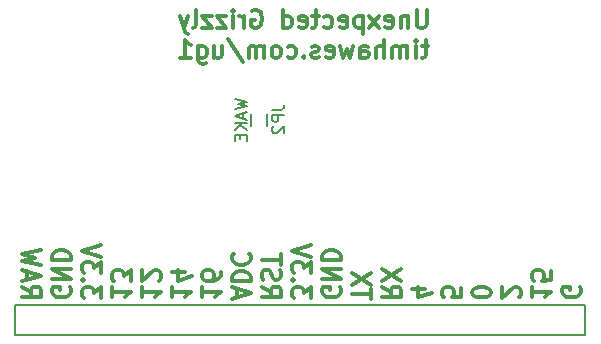
<source format=gbo>
G04 #@! TF.FileFunction,Legend,Bot*
%FSLAX46Y46*%
G04 Gerber Fmt 4.6, Leading zero omitted, Abs format (unit mm)*
G04 Created by KiCad (PCBNEW 4.0.0-rc2-1-stable) date Sunday, 29 November 2015 18:47:31*
%MOMM*%
G01*
G04 APERTURE LIST*
%ADD10C,0.100000*%
%ADD11C,0.200000*%
%ADD12C,0.300000*%
%ADD13C,0.150000*%
G04 APERTURE END LIST*
D10*
D11*
X173990000Y-105410000D02*
X173990000Y-107950000D01*
X125730000Y-105410000D02*
X173990000Y-105410000D01*
X125730000Y-107950000D02*
X125730000Y-105410000D01*
X173990000Y-107950000D02*
X125730000Y-107950000D01*
D12*
X160551857Y-80458571D02*
X160551857Y-81672857D01*
X160480429Y-81815714D01*
X160409000Y-81887143D01*
X160266143Y-81958571D01*
X159980429Y-81958571D01*
X159837571Y-81887143D01*
X159766143Y-81815714D01*
X159694714Y-81672857D01*
X159694714Y-80458571D01*
X158980428Y-80958571D02*
X158980428Y-81958571D01*
X158980428Y-81101429D02*
X158909000Y-81030000D01*
X158766142Y-80958571D01*
X158551857Y-80958571D01*
X158409000Y-81030000D01*
X158337571Y-81172857D01*
X158337571Y-81958571D01*
X157051857Y-81887143D02*
X157194714Y-81958571D01*
X157480428Y-81958571D01*
X157623285Y-81887143D01*
X157694714Y-81744286D01*
X157694714Y-81172857D01*
X157623285Y-81030000D01*
X157480428Y-80958571D01*
X157194714Y-80958571D01*
X157051857Y-81030000D01*
X156980428Y-81172857D01*
X156980428Y-81315714D01*
X157694714Y-81458571D01*
X156480428Y-81958571D02*
X155694714Y-80958571D01*
X156480428Y-80958571D02*
X155694714Y-81958571D01*
X155123285Y-80958571D02*
X155123285Y-82458571D01*
X155123285Y-81030000D02*
X154980428Y-80958571D01*
X154694714Y-80958571D01*
X154551857Y-81030000D01*
X154480428Y-81101429D01*
X154408999Y-81244286D01*
X154408999Y-81672857D01*
X154480428Y-81815714D01*
X154551857Y-81887143D01*
X154694714Y-81958571D01*
X154980428Y-81958571D01*
X155123285Y-81887143D01*
X153194714Y-81887143D02*
X153337571Y-81958571D01*
X153623285Y-81958571D01*
X153766142Y-81887143D01*
X153837571Y-81744286D01*
X153837571Y-81172857D01*
X153766142Y-81030000D01*
X153623285Y-80958571D01*
X153337571Y-80958571D01*
X153194714Y-81030000D01*
X153123285Y-81172857D01*
X153123285Y-81315714D01*
X153837571Y-81458571D01*
X151837571Y-81887143D02*
X151980428Y-81958571D01*
X152266142Y-81958571D01*
X152409000Y-81887143D01*
X152480428Y-81815714D01*
X152551857Y-81672857D01*
X152551857Y-81244286D01*
X152480428Y-81101429D01*
X152409000Y-81030000D01*
X152266142Y-80958571D01*
X151980428Y-80958571D01*
X151837571Y-81030000D01*
X151409000Y-80958571D02*
X150837571Y-80958571D01*
X151194714Y-80458571D02*
X151194714Y-81744286D01*
X151123286Y-81887143D01*
X150980428Y-81958571D01*
X150837571Y-81958571D01*
X149766143Y-81887143D02*
X149909000Y-81958571D01*
X150194714Y-81958571D01*
X150337571Y-81887143D01*
X150409000Y-81744286D01*
X150409000Y-81172857D01*
X150337571Y-81030000D01*
X150194714Y-80958571D01*
X149909000Y-80958571D01*
X149766143Y-81030000D01*
X149694714Y-81172857D01*
X149694714Y-81315714D01*
X150409000Y-81458571D01*
X148409000Y-81958571D02*
X148409000Y-80458571D01*
X148409000Y-81887143D02*
X148551857Y-81958571D01*
X148837571Y-81958571D01*
X148980429Y-81887143D01*
X149051857Y-81815714D01*
X149123286Y-81672857D01*
X149123286Y-81244286D01*
X149051857Y-81101429D01*
X148980429Y-81030000D01*
X148837571Y-80958571D01*
X148551857Y-80958571D01*
X148409000Y-81030000D01*
X145766143Y-80530000D02*
X145909000Y-80458571D01*
X146123286Y-80458571D01*
X146337571Y-80530000D01*
X146480429Y-80672857D01*
X146551857Y-80815714D01*
X146623286Y-81101429D01*
X146623286Y-81315714D01*
X146551857Y-81601429D01*
X146480429Y-81744286D01*
X146337571Y-81887143D01*
X146123286Y-81958571D01*
X145980429Y-81958571D01*
X145766143Y-81887143D01*
X145694714Y-81815714D01*
X145694714Y-81315714D01*
X145980429Y-81315714D01*
X145051857Y-81958571D02*
X145051857Y-80958571D01*
X145051857Y-81244286D02*
X144980429Y-81101429D01*
X144909000Y-81030000D01*
X144766143Y-80958571D01*
X144623286Y-80958571D01*
X144123286Y-81958571D02*
X144123286Y-80958571D01*
X144123286Y-80458571D02*
X144194715Y-80530000D01*
X144123286Y-80601429D01*
X144051858Y-80530000D01*
X144123286Y-80458571D01*
X144123286Y-80601429D01*
X143551857Y-80958571D02*
X142766143Y-80958571D01*
X143551857Y-81958571D01*
X142766143Y-81958571D01*
X142337571Y-80958571D02*
X141551857Y-80958571D01*
X142337571Y-81958571D01*
X141551857Y-81958571D01*
X140766142Y-81958571D02*
X140909000Y-81887143D01*
X140980428Y-81744286D01*
X140980428Y-80458571D01*
X140337571Y-80958571D02*
X139980428Y-81958571D01*
X139623286Y-80958571D02*
X139980428Y-81958571D01*
X140123286Y-82315714D01*
X140194714Y-82387143D01*
X140337571Y-82458571D01*
X173520000Y-103949643D02*
X173596190Y-104092500D01*
X173596190Y-104306786D01*
X173520000Y-104521071D01*
X173367619Y-104663929D01*
X173215238Y-104735357D01*
X172910476Y-104806786D01*
X172681905Y-104806786D01*
X172377143Y-104735357D01*
X172224762Y-104663929D01*
X172072381Y-104521071D01*
X171996190Y-104306786D01*
X171996190Y-104163929D01*
X172072381Y-103949643D01*
X172148571Y-103878214D01*
X172681905Y-103878214D01*
X172681905Y-104163929D01*
X169456190Y-103949643D02*
X169456190Y-104806786D01*
X169456190Y-104378214D02*
X171056190Y-104378214D01*
X170827619Y-104521071D01*
X170675238Y-104663929D01*
X170599048Y-104806786D01*
X171056190Y-102592500D02*
X171056190Y-103306786D01*
X170294286Y-103378215D01*
X170370476Y-103306786D01*
X170446667Y-103163929D01*
X170446667Y-102806786D01*
X170370476Y-102663929D01*
X170294286Y-102592500D01*
X170141905Y-102521072D01*
X169760952Y-102521072D01*
X169608571Y-102592500D01*
X169532381Y-102663929D01*
X169456190Y-102806786D01*
X169456190Y-103163929D01*
X169532381Y-103306786D01*
X169608571Y-103378215D01*
X168363810Y-104806786D02*
X168440000Y-104735357D01*
X168516190Y-104592500D01*
X168516190Y-104235357D01*
X168440000Y-104092500D01*
X168363810Y-104021071D01*
X168211429Y-103949643D01*
X168059048Y-103949643D01*
X167830476Y-104021071D01*
X166916190Y-104878214D01*
X166916190Y-103949643D01*
X165976190Y-104449643D02*
X165976190Y-104306786D01*
X165900000Y-104163929D01*
X165823810Y-104092500D01*
X165671429Y-104021071D01*
X165366667Y-103949643D01*
X164985714Y-103949643D01*
X164680952Y-104021071D01*
X164528571Y-104092500D01*
X164452381Y-104163929D01*
X164376190Y-104306786D01*
X164376190Y-104449643D01*
X164452381Y-104592500D01*
X164528571Y-104663929D01*
X164680952Y-104735357D01*
X164985714Y-104806786D01*
X165366667Y-104806786D01*
X165671429Y-104735357D01*
X165823810Y-104663929D01*
X165900000Y-104592500D01*
X165976190Y-104449643D01*
X163436190Y-104021071D02*
X163436190Y-104735357D01*
X162674286Y-104806786D01*
X162750476Y-104735357D01*
X162826667Y-104592500D01*
X162826667Y-104235357D01*
X162750476Y-104092500D01*
X162674286Y-104021071D01*
X162521905Y-103949643D01*
X162140952Y-103949643D01*
X161988571Y-104021071D01*
X161912381Y-104092500D01*
X161836190Y-104235357D01*
X161836190Y-104592500D01*
X161912381Y-104735357D01*
X161988571Y-104806786D01*
X160362857Y-104092500D02*
X159296190Y-104092500D01*
X160972381Y-104449643D02*
X159829524Y-104806786D01*
X159829524Y-103878214D01*
X156756190Y-103878214D02*
X157518095Y-104378214D01*
X156756190Y-104735357D02*
X158356190Y-104735357D01*
X158356190Y-104163929D01*
X158280000Y-104021071D01*
X158203810Y-103949643D01*
X158051429Y-103878214D01*
X157822857Y-103878214D01*
X157670476Y-103949643D01*
X157594286Y-104021071D01*
X157518095Y-104163929D01*
X157518095Y-104735357D01*
X158356190Y-103378214D02*
X156756190Y-102378214D01*
X158356190Y-102378214D02*
X156756190Y-103378214D01*
X155816190Y-104949643D02*
X155816190Y-104092500D01*
X154216190Y-104521071D02*
X155816190Y-104521071D01*
X155816190Y-103735357D02*
X154216190Y-102735357D01*
X155816190Y-102735357D02*
X154216190Y-103735357D01*
X153200000Y-103949643D02*
X153276190Y-104092500D01*
X153276190Y-104306786D01*
X153200000Y-104521071D01*
X153047619Y-104663929D01*
X152895238Y-104735357D01*
X152590476Y-104806786D01*
X152361905Y-104806786D01*
X152057143Y-104735357D01*
X151904762Y-104663929D01*
X151752381Y-104521071D01*
X151676190Y-104306786D01*
X151676190Y-104163929D01*
X151752381Y-103949643D01*
X151828571Y-103878214D01*
X152361905Y-103878214D01*
X152361905Y-104163929D01*
X151676190Y-103235357D02*
X153276190Y-103235357D01*
X151676190Y-102378214D01*
X153276190Y-102378214D01*
X151676190Y-101663928D02*
X153276190Y-101663928D01*
X153276190Y-101306785D01*
X153200000Y-101092500D01*
X153047619Y-100949642D01*
X152895238Y-100878214D01*
X152590476Y-100806785D01*
X152361905Y-100806785D01*
X152057143Y-100878214D01*
X151904762Y-100949642D01*
X151752381Y-101092500D01*
X151676190Y-101306785D01*
X151676190Y-101663928D01*
X150736190Y-104878214D02*
X150736190Y-103949643D01*
X150126667Y-104449643D01*
X150126667Y-104235357D01*
X150050476Y-104092500D01*
X149974286Y-104021071D01*
X149821905Y-103949643D01*
X149440952Y-103949643D01*
X149288571Y-104021071D01*
X149212381Y-104092500D01*
X149136190Y-104235357D01*
X149136190Y-104663929D01*
X149212381Y-104806786D01*
X149288571Y-104878214D01*
X149288571Y-103306786D02*
X149212381Y-103235358D01*
X149136190Y-103306786D01*
X149212381Y-103378215D01*
X149288571Y-103306786D01*
X149136190Y-103306786D01*
X150736190Y-102735357D02*
X150736190Y-101806786D01*
X150126667Y-102306786D01*
X150126667Y-102092500D01*
X150050476Y-101949643D01*
X149974286Y-101878214D01*
X149821905Y-101806786D01*
X149440952Y-101806786D01*
X149288571Y-101878214D01*
X149212381Y-101949643D01*
X149136190Y-102092500D01*
X149136190Y-102521072D01*
X149212381Y-102663929D01*
X149288571Y-102735357D01*
X150736190Y-101378215D02*
X149136190Y-100878215D01*
X150736190Y-100378215D01*
X146596190Y-103878214D02*
X147358095Y-104378214D01*
X146596190Y-104735357D02*
X148196190Y-104735357D01*
X148196190Y-104163929D01*
X148120000Y-104021071D01*
X148043810Y-103949643D01*
X147891429Y-103878214D01*
X147662857Y-103878214D01*
X147510476Y-103949643D01*
X147434286Y-104021071D01*
X147358095Y-104163929D01*
X147358095Y-104735357D01*
X146672381Y-103306786D02*
X146596190Y-103092500D01*
X146596190Y-102735357D01*
X146672381Y-102592500D01*
X146748571Y-102521071D01*
X146900952Y-102449643D01*
X147053333Y-102449643D01*
X147205714Y-102521071D01*
X147281905Y-102592500D01*
X147358095Y-102735357D01*
X147434286Y-103021071D01*
X147510476Y-103163929D01*
X147586667Y-103235357D01*
X147739048Y-103306786D01*
X147891429Y-103306786D01*
X148043810Y-103235357D01*
X148120000Y-103163929D01*
X148196190Y-103021071D01*
X148196190Y-102663929D01*
X148120000Y-102449643D01*
X148196190Y-102021072D02*
X148196190Y-101163929D01*
X146596190Y-101592500D02*
X148196190Y-101592500D01*
X144513333Y-104806786D02*
X144513333Y-104092500D01*
X144056190Y-104949643D02*
X145656190Y-104449643D01*
X144056190Y-103949643D01*
X144056190Y-103449643D02*
X145656190Y-103449643D01*
X145656190Y-103092500D01*
X145580000Y-102878215D01*
X145427619Y-102735357D01*
X145275238Y-102663929D01*
X144970476Y-102592500D01*
X144741905Y-102592500D01*
X144437143Y-102663929D01*
X144284762Y-102735357D01*
X144132381Y-102878215D01*
X144056190Y-103092500D01*
X144056190Y-103449643D01*
X144208571Y-101092500D02*
X144132381Y-101163929D01*
X144056190Y-101378215D01*
X144056190Y-101521072D01*
X144132381Y-101735357D01*
X144284762Y-101878215D01*
X144437143Y-101949643D01*
X144741905Y-102021072D01*
X144970476Y-102021072D01*
X145275238Y-101949643D01*
X145427619Y-101878215D01*
X145580000Y-101735357D01*
X145656190Y-101521072D01*
X145656190Y-101378215D01*
X145580000Y-101163929D01*
X145503810Y-101092500D01*
X141516190Y-103949643D02*
X141516190Y-104806786D01*
X141516190Y-104378214D02*
X143116190Y-104378214D01*
X142887619Y-104521071D01*
X142735238Y-104663929D01*
X142659048Y-104806786D01*
X143116190Y-102663929D02*
X143116190Y-102949643D01*
X143040000Y-103092500D01*
X142963810Y-103163929D01*
X142735238Y-103306786D01*
X142430476Y-103378215D01*
X141820952Y-103378215D01*
X141668571Y-103306786D01*
X141592381Y-103235358D01*
X141516190Y-103092500D01*
X141516190Y-102806786D01*
X141592381Y-102663929D01*
X141668571Y-102592500D01*
X141820952Y-102521072D01*
X142201905Y-102521072D01*
X142354286Y-102592500D01*
X142430476Y-102663929D01*
X142506667Y-102806786D01*
X142506667Y-103092500D01*
X142430476Y-103235358D01*
X142354286Y-103306786D01*
X142201905Y-103378215D01*
X138976190Y-103949643D02*
X138976190Y-104806786D01*
X138976190Y-104378214D02*
X140576190Y-104378214D01*
X140347619Y-104521071D01*
X140195238Y-104663929D01*
X140119048Y-104806786D01*
X140042857Y-102663929D02*
X138976190Y-102663929D01*
X140652381Y-103021072D02*
X139509524Y-103378215D01*
X139509524Y-102449643D01*
X136436190Y-103949643D02*
X136436190Y-104806786D01*
X136436190Y-104378214D02*
X138036190Y-104378214D01*
X137807619Y-104521071D01*
X137655238Y-104663929D01*
X137579048Y-104806786D01*
X137883810Y-103378215D02*
X137960000Y-103306786D01*
X138036190Y-103163929D01*
X138036190Y-102806786D01*
X137960000Y-102663929D01*
X137883810Y-102592500D01*
X137731429Y-102521072D01*
X137579048Y-102521072D01*
X137350476Y-102592500D01*
X136436190Y-103449643D01*
X136436190Y-102521072D01*
X133896190Y-103949643D02*
X133896190Y-104806786D01*
X133896190Y-104378214D02*
X135496190Y-104378214D01*
X135267619Y-104521071D01*
X135115238Y-104663929D01*
X135039048Y-104806786D01*
X135496190Y-103449643D02*
X135496190Y-102521072D01*
X134886667Y-103021072D01*
X134886667Y-102806786D01*
X134810476Y-102663929D01*
X134734286Y-102592500D01*
X134581905Y-102521072D01*
X134200952Y-102521072D01*
X134048571Y-102592500D01*
X133972381Y-102663929D01*
X133896190Y-102806786D01*
X133896190Y-103235358D01*
X133972381Y-103378215D01*
X134048571Y-103449643D01*
X132956190Y-104878214D02*
X132956190Y-103949643D01*
X132346667Y-104449643D01*
X132346667Y-104235357D01*
X132270476Y-104092500D01*
X132194286Y-104021071D01*
X132041905Y-103949643D01*
X131660952Y-103949643D01*
X131508571Y-104021071D01*
X131432381Y-104092500D01*
X131356190Y-104235357D01*
X131356190Y-104663929D01*
X131432381Y-104806786D01*
X131508571Y-104878214D01*
X131508571Y-103306786D02*
X131432381Y-103235358D01*
X131356190Y-103306786D01*
X131432381Y-103378215D01*
X131508571Y-103306786D01*
X131356190Y-103306786D01*
X132956190Y-102735357D02*
X132956190Y-101806786D01*
X132346667Y-102306786D01*
X132346667Y-102092500D01*
X132270476Y-101949643D01*
X132194286Y-101878214D01*
X132041905Y-101806786D01*
X131660952Y-101806786D01*
X131508571Y-101878214D01*
X131432381Y-101949643D01*
X131356190Y-102092500D01*
X131356190Y-102521072D01*
X131432381Y-102663929D01*
X131508571Y-102735357D01*
X132956190Y-101378215D02*
X131356190Y-100878215D01*
X132956190Y-100378215D01*
X130340000Y-103949643D02*
X130416190Y-104092500D01*
X130416190Y-104306786D01*
X130340000Y-104521071D01*
X130187619Y-104663929D01*
X130035238Y-104735357D01*
X129730476Y-104806786D01*
X129501905Y-104806786D01*
X129197143Y-104735357D01*
X129044762Y-104663929D01*
X128892381Y-104521071D01*
X128816190Y-104306786D01*
X128816190Y-104163929D01*
X128892381Y-103949643D01*
X128968571Y-103878214D01*
X129501905Y-103878214D01*
X129501905Y-104163929D01*
X128816190Y-103235357D02*
X130416190Y-103235357D01*
X128816190Y-102378214D01*
X130416190Y-102378214D01*
X128816190Y-101663928D02*
X130416190Y-101663928D01*
X130416190Y-101306785D01*
X130340000Y-101092500D01*
X130187619Y-100949642D01*
X130035238Y-100878214D01*
X129730476Y-100806785D01*
X129501905Y-100806785D01*
X129197143Y-100878214D01*
X129044762Y-100949642D01*
X128892381Y-101092500D01*
X128816190Y-101306785D01*
X128816190Y-101663928D01*
X126276190Y-103878214D02*
X127038095Y-104378214D01*
X126276190Y-104735357D02*
X127876190Y-104735357D01*
X127876190Y-104163929D01*
X127800000Y-104021071D01*
X127723810Y-103949643D01*
X127571429Y-103878214D01*
X127342857Y-103878214D01*
X127190476Y-103949643D01*
X127114286Y-104021071D01*
X127038095Y-104163929D01*
X127038095Y-104735357D01*
X126733333Y-103306786D02*
X126733333Y-102592500D01*
X126276190Y-103449643D02*
X127876190Y-102949643D01*
X126276190Y-102449643D01*
X127876190Y-102092500D02*
X126276190Y-101735357D01*
X127419048Y-101449643D01*
X126276190Y-101163929D01*
X127876190Y-100806786D01*
X160694716Y-83498571D02*
X160123287Y-83498571D01*
X160480430Y-82998571D02*
X160480430Y-84284286D01*
X160409002Y-84427143D01*
X160266144Y-84498571D01*
X160123287Y-84498571D01*
X159623287Y-84498571D02*
X159623287Y-83498571D01*
X159623287Y-82998571D02*
X159694716Y-83070000D01*
X159623287Y-83141429D01*
X159551859Y-83070000D01*
X159623287Y-82998571D01*
X159623287Y-83141429D01*
X158909001Y-84498571D02*
X158909001Y-83498571D01*
X158909001Y-83641429D02*
X158837573Y-83570000D01*
X158694715Y-83498571D01*
X158480430Y-83498571D01*
X158337573Y-83570000D01*
X158266144Y-83712857D01*
X158266144Y-84498571D01*
X158266144Y-83712857D02*
X158194715Y-83570000D01*
X158051858Y-83498571D01*
X157837573Y-83498571D01*
X157694715Y-83570000D01*
X157623287Y-83712857D01*
X157623287Y-84498571D01*
X156909001Y-84498571D02*
X156909001Y-82998571D01*
X156266144Y-84498571D02*
X156266144Y-83712857D01*
X156337573Y-83570000D01*
X156480430Y-83498571D01*
X156694715Y-83498571D01*
X156837573Y-83570000D01*
X156909001Y-83641429D01*
X154909001Y-84498571D02*
X154909001Y-83712857D01*
X154980430Y-83570000D01*
X155123287Y-83498571D01*
X155409001Y-83498571D01*
X155551858Y-83570000D01*
X154909001Y-84427143D02*
X155051858Y-84498571D01*
X155409001Y-84498571D01*
X155551858Y-84427143D01*
X155623287Y-84284286D01*
X155623287Y-84141429D01*
X155551858Y-83998571D01*
X155409001Y-83927143D01*
X155051858Y-83927143D01*
X154909001Y-83855714D01*
X154337572Y-83498571D02*
X154051858Y-84498571D01*
X153766144Y-83784286D01*
X153480429Y-84498571D01*
X153194715Y-83498571D01*
X152051858Y-84427143D02*
X152194715Y-84498571D01*
X152480429Y-84498571D01*
X152623286Y-84427143D01*
X152694715Y-84284286D01*
X152694715Y-83712857D01*
X152623286Y-83570000D01*
X152480429Y-83498571D01*
X152194715Y-83498571D01*
X152051858Y-83570000D01*
X151980429Y-83712857D01*
X151980429Y-83855714D01*
X152694715Y-83998571D01*
X151409001Y-84427143D02*
X151266144Y-84498571D01*
X150980429Y-84498571D01*
X150837572Y-84427143D01*
X150766144Y-84284286D01*
X150766144Y-84212857D01*
X150837572Y-84070000D01*
X150980429Y-83998571D01*
X151194715Y-83998571D01*
X151337572Y-83927143D01*
X151409001Y-83784286D01*
X151409001Y-83712857D01*
X151337572Y-83570000D01*
X151194715Y-83498571D01*
X150980429Y-83498571D01*
X150837572Y-83570000D01*
X150123286Y-84355714D02*
X150051858Y-84427143D01*
X150123286Y-84498571D01*
X150194715Y-84427143D01*
X150123286Y-84355714D01*
X150123286Y-84498571D01*
X148766143Y-84427143D02*
X148909000Y-84498571D01*
X149194714Y-84498571D01*
X149337572Y-84427143D01*
X149409000Y-84355714D01*
X149480429Y-84212857D01*
X149480429Y-83784286D01*
X149409000Y-83641429D01*
X149337572Y-83570000D01*
X149194714Y-83498571D01*
X148909000Y-83498571D01*
X148766143Y-83570000D01*
X147909000Y-84498571D02*
X148051858Y-84427143D01*
X148123286Y-84355714D01*
X148194715Y-84212857D01*
X148194715Y-83784286D01*
X148123286Y-83641429D01*
X148051858Y-83570000D01*
X147909000Y-83498571D01*
X147694715Y-83498571D01*
X147551858Y-83570000D01*
X147480429Y-83641429D01*
X147409000Y-83784286D01*
X147409000Y-84212857D01*
X147480429Y-84355714D01*
X147551858Y-84427143D01*
X147694715Y-84498571D01*
X147909000Y-84498571D01*
X146766143Y-84498571D02*
X146766143Y-83498571D01*
X146766143Y-83641429D02*
X146694715Y-83570000D01*
X146551857Y-83498571D01*
X146337572Y-83498571D01*
X146194715Y-83570000D01*
X146123286Y-83712857D01*
X146123286Y-84498571D01*
X146123286Y-83712857D02*
X146051857Y-83570000D01*
X145909000Y-83498571D01*
X145694715Y-83498571D01*
X145551857Y-83570000D01*
X145480429Y-83712857D01*
X145480429Y-84498571D01*
X143694715Y-82927143D02*
X144980429Y-84855714D01*
X142551857Y-83498571D02*
X142551857Y-84498571D01*
X143194714Y-83498571D02*
X143194714Y-84284286D01*
X143123286Y-84427143D01*
X142980428Y-84498571D01*
X142766143Y-84498571D01*
X142623286Y-84427143D01*
X142551857Y-84355714D01*
X141194714Y-83498571D02*
X141194714Y-84712857D01*
X141266143Y-84855714D01*
X141337571Y-84927143D01*
X141480428Y-84998571D01*
X141694714Y-84998571D01*
X141837571Y-84927143D01*
X141194714Y-84427143D02*
X141337571Y-84498571D01*
X141623285Y-84498571D01*
X141766143Y-84427143D01*
X141837571Y-84355714D01*
X141909000Y-84212857D01*
X141909000Y-83784286D01*
X141837571Y-83641429D01*
X141766143Y-83570000D01*
X141623285Y-83498571D01*
X141337571Y-83498571D01*
X141194714Y-83570000D01*
X139694714Y-84498571D02*
X140551857Y-84498571D01*
X140123285Y-84498571D02*
X140123285Y-82998571D01*
X140266142Y-83212857D01*
X140409000Y-83355714D01*
X140551857Y-83427143D01*
D13*
X145692500Y-89289000D02*
X145692500Y-90289000D01*
X147042500Y-90289000D02*
X147042500Y-89289000D01*
X147470881Y-88892167D02*
X148185167Y-88892167D01*
X148328024Y-88844547D01*
X148423262Y-88749309D01*
X148470881Y-88606452D01*
X148470881Y-88511214D01*
X148470881Y-89368357D02*
X147470881Y-89368357D01*
X147470881Y-89749310D01*
X147518500Y-89844548D01*
X147566119Y-89892167D01*
X147661357Y-89939786D01*
X147804214Y-89939786D01*
X147899452Y-89892167D01*
X147947071Y-89844548D01*
X147994690Y-89749310D01*
X147994690Y-89368357D01*
X147566119Y-90320738D02*
X147518500Y-90368357D01*
X147470881Y-90463595D01*
X147470881Y-90701691D01*
X147518500Y-90796929D01*
X147566119Y-90844548D01*
X147661357Y-90892167D01*
X147756595Y-90892167D01*
X147899452Y-90844548D01*
X148470881Y-90273119D01*
X148470881Y-90892167D01*
X144295881Y-87979476D02*
X145295881Y-88217571D01*
X144581595Y-88408048D01*
X145295881Y-88598524D01*
X144295881Y-88836619D01*
X145010167Y-89169952D02*
X145010167Y-89646143D01*
X145295881Y-89074714D02*
X144295881Y-89408047D01*
X145295881Y-89741381D01*
X145295881Y-90074714D02*
X144295881Y-90074714D01*
X145295881Y-90646143D02*
X144724452Y-90217571D01*
X144295881Y-90646143D02*
X144867310Y-90074714D01*
X144772071Y-91074714D02*
X144772071Y-91408048D01*
X145295881Y-91550905D02*
X145295881Y-91074714D01*
X144295881Y-91074714D01*
X144295881Y-91550905D01*
M02*

</source>
